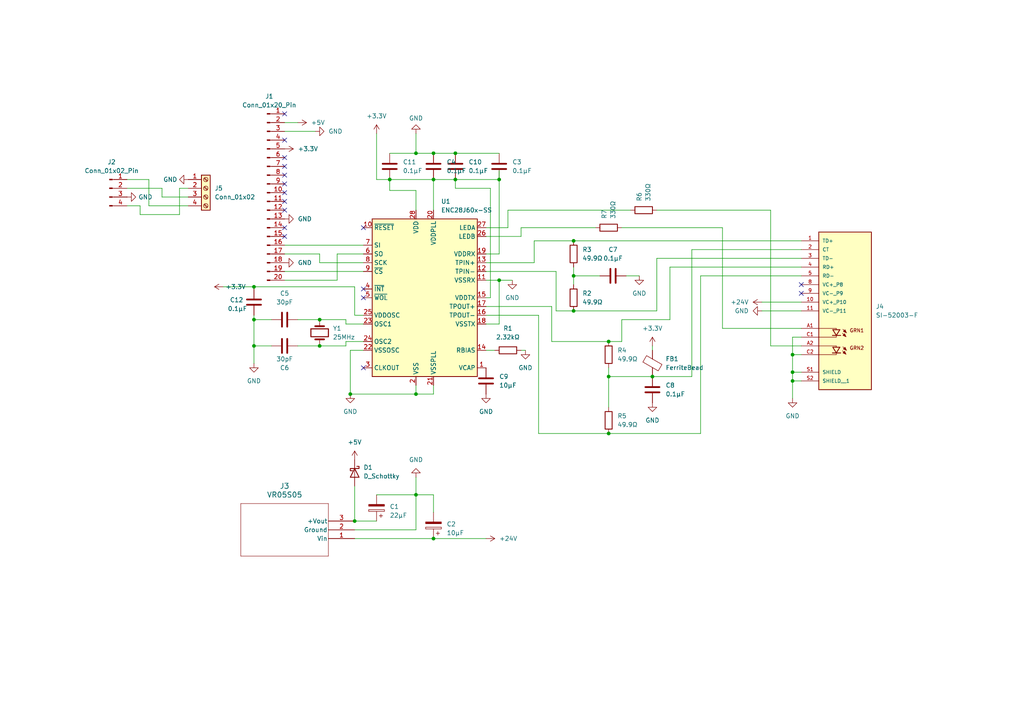
<source format=kicad_sch>
(kicad_sch (version 20231120) (generator "eeschema") (generator_version "8.0")
  (paper "A4")
  (lib_symbols
    (symbol "BEL_SI-52003-F:SI-52003-F" (pin_names (offset 1.016))
      (property "Reference" "J" (at -7.62 21.59 0))
      (property "Value" "SI-52003-F" (at -7.62 -26.67 0))
      (symbol "SI-52003-F_0_0"
        (rectangle (start -7.62 -25.4) (end 7.62 20.32) (stroke (width 0.254)) (fill (type background)))
        (polyline (pts (xy -7.62 -12.7) (xy -2.54 -12.7)) (stroke (width 0.1524)))
        (polyline (pts (xy -7.62 -7.62) (xy -2.54 -7.62)) (stroke (width 0.1524)))
        (polyline (pts (xy -3.683 -14.732) (xy -2.54 -14.732)) (stroke (width 0.254)))
        (polyline (pts (xy -3.683 -9.652) (xy -2.54 -9.652)) (stroke (width 0.254)))
        (polyline (pts (xy -3.556 -13.081) (xy -2.54 -14.732)) (stroke (width 0.254)))
        (polyline (pts (xy -3.556 -13.081) (xy -1.524 -13.081)) (stroke (width 0.254)))
        (polyline (pts (xy -3.556 -8.001) (xy -2.54 -9.652)) (stroke (width 0.254)))
        (polyline (pts (xy -3.556 -8.001) (xy -1.524 -8.001)) (stroke (width 0.254)))
        (polyline (pts (xy -2.54 -15.24) (xy -7.62 -15.24)) (stroke (width 0.1524)))
        (polyline (pts (xy -2.54 -14.859) (xy -2.54 -15.24)) (stroke (width 0.1524)))
        (polyline (pts (xy -2.54 -14.732) (xy -1.524 -13.081)) (stroke (width 0.254)))
        (polyline (pts (xy -2.54 -14.732) (xy -1.27 -14.732)) (stroke (width 0.254)))
        (polyline (pts (xy -2.54 -12.7) (xy -2.54 -12.954)) (stroke (width 0.1524)))
        (polyline (pts (xy -2.54 -10.16) (xy -7.62 -10.16)) (stroke (width 0.1524)))
        (polyline (pts (xy -2.54 -9.779) (xy -2.54 -10.16)) (stroke (width 0.1524)))
        (polyline (pts (xy -2.54 -9.652) (xy -1.524 -8.001)) (stroke (width 0.254)))
        (polyline (pts (xy -2.54 -9.652) (xy -1.27 -9.652)) (stroke (width 0.254)))
        (polyline (pts (xy -2.54 -7.62) (xy -2.54 -7.874)) (stroke (width 0.1524)))
        (polyline (pts (xy -0.762 -14.097) (xy 0.254 -15.113)) (stroke (width 0.1524)))
        (polyline (pts (xy -0.762 -9.017) (xy 0.254 -10.033)) (stroke (width 0.1524)))
        (polyline (pts (xy -0.635 -12.954) (xy 0.381 -13.97)) (stroke (width 0.1524)))
        (polyline (pts (xy -0.635 -7.874) (xy 0.381 -8.89)) (stroke (width 0.1524)))
        (polyline (pts (xy 0.254 -15.113) (xy -0.127 -14.224) (xy -0.635 -14.732) (xy 0.254 -15.113)) (stroke (width 0.1524)) (fill (type outline)))
        (polyline (pts (xy 0.254 -10.033) (xy -0.127 -9.144) (xy -0.635 -9.652) (xy 0.254 -10.033)) (stroke (width 0.1524)) (fill (type outline)))
        (polyline (pts (xy 0.381 -13.97) (xy 0 -13.081) (xy -0.508 -13.589) (xy 0.381 -13.97)) (stroke (width 0.1524)) (fill (type outline)))
        (polyline (pts (xy 0.381 -8.89) (xy 0 -8.001) (xy -0.508 -8.509) (xy 0.381 -8.89)) (stroke (width 0.1524)) (fill (type outline)))
        (text "GRN1" (at 1.27 -7.62 0) (effects (font (size 1.016 1.016)) (justify left top)))
        (text "GRN2" (at 1.27 -12.7 0) (effects (font (size 1.016 1.016)) (justify left top)))
        (pin passive line (at -12.7 17.78 0) (length 5.08) (name "TD+") (number "1"))
        (pin passive line (at -12.7 0 0) (length 5.08) (name "VC+_P10") (number "10"))
        (pin passive line (at -12.7 -2.54 0) (length 5.08) (name "VC-_P11") (number "11"))
        (pin passive line (at -12.7 15.24 0) (length 5.08) (name "CT") (number "2"))
        (pin passive line (at -12.7 12.7 0) (length 5.08) (name "TD-") (number "3"))
        (pin passive line (at -12.7 10.16 0) (length 5.08) (name "RD+") (number "4"))
        (pin passive line (at -12.7 7.62 0) (length 5.08) (name "RD-") (number "5"))
        (pin passive line (at -12.7 5.08 0) (length 5.08) (name "VC+_P8") (number "8"))
        (pin passive line (at -12.7 2.54 0) (length 5.08) (name "VC-_P9") (number "9"))
        (pin passive line (at -12.7 -7.62 0) (length 5.08) (name "~") (number "A1"))
        (pin passive line (at -12.7 -12.7 0) (length 5.08) (name "~") (number "A2"))
        (pin passive line (at -12.7 -10.16 0) (length 5.08) (name "~") (number "C1"))
        (pin passive line (at -12.7 -15.24 0) (length 5.08) (name "~") (number "C2"))
        (pin passive line (at -12.7 -20.32 0) (length 5.08) (name "SHIELD") (number "S1"))
        (pin passive line (at -12.7 -22.86 0) (length 5.08) (name "SHIELD__1") (number "S2"))
      )
    )
    (symbol "Connector:Conn_01x04_Pin" (pin_names (offset 1.016) hide)
      (property "Reference" "J" (at 0 5.08 0))
      (property "Value" "Conn_01x04_Pin" (at 0 -7.62 0))
      (symbol "Conn_01x04_Pin_1_1"
        (polyline (pts (xy 1.27 -5.08) (xy 0.8636 -5.08)) (stroke (width 0.1524)))
        (polyline (pts (xy 1.27 -2.54) (xy 0.8636 -2.54)) (stroke (width 0.1524)))
        (polyline (pts (xy 1.27 0) (xy 0.8636 0)) (stroke (width 0.1524)))
        (polyline (pts (xy 1.27 2.54) (xy 0.8636 2.54)) (stroke (width 0.1524)))
        (rectangle (start 0.8636 -4.953) (end 0 -5.207) (stroke (width 0.1524)) (fill (type outline)))
        (rectangle (start 0.8636 -2.413) (end 0 -2.667) (stroke (width 0.1524)) (fill (type outline)))
        (rectangle (start 0.8636 0.127) (end 0 -0.127) (stroke (width 0.1524)) (fill (type outline)))
        (rectangle (start 0.8636 2.667) (end 0 2.413) (stroke (width 0.1524)) (fill (type outline)))
        (pin passive line (at 5.08 2.54 180) (length 3.81) (name "Pin_1") (number "1"))
        (pin passive line (at 5.08 0 180) (length 3.81) (name "Pin_2") (number "2"))
        (pin passive line (at 5.08 -2.54 180) (length 3.81) (name "Pin_3") (number "3"))
        (pin passive line (at 5.08 -5.08 180) (length 3.81) (name "Pin_4") (number "4"))
      )
    )
    (symbol "Connector:Conn_01x20_Pin" (pin_names (offset 1.016) hide)
      (property "Reference" "J" (at 0 25.4 0))
      (property "Value" "Conn_01x20_Pin" (at 0 -27.94 0))
      (symbol "Conn_01x20_Pin_1_1"
        (polyline (pts (xy 1.27 -25.4) (xy 0.8636 -25.4)) (stroke (width 0.1524)))
        (polyline (pts (xy 1.27 -22.86) (xy 0.8636 -22.86)) (stroke (width 0.1524)))
        (polyline (pts (xy 1.27 -20.32) (xy 0.8636 -20.32)) (stroke (width 0.1524)))
        (polyline (pts (xy 1.27 -17.78) (xy 0.8636 -17.78)) (stroke (width 0.1524)))
        (polyline (pts (xy 1.27 -15.24) (xy 0.8636 -15.24)) (stroke (width 0.1524)))
        (polyline (pts (xy 1.27 -12.7) (xy 0.8636 -12.7)) (stroke (width 0.1524)))
        (polyline (pts (xy 1.27 -10.16) (xy 0.8636 -10.16)) (stroke (width 0.1524)))
        (polyline (pts (xy 1.27 -7.62) (xy 0.8636 -7.62)) (stroke (width 0.1524)))
        (polyline (pts (xy 1.27 -5.08) (xy 0.8636 -5.08)) (stroke (width 0.1524)))
        (polyline (pts (xy 1.27 -2.54) (xy 0.8636 -2.54)) (stroke (width 0.1524)))
        (polyline (pts (xy 1.27 0) (xy 0.8636 0)) (stroke (width 0.1524)))
        (polyline (pts (xy 1.27 2.54) (xy 0.8636 2.54)) (stroke (width 0.1524)))
        (polyline (pts (xy 1.27 5.08) (xy 0.8636 5.08)) (stroke (width 0.1524)))
        (polyline (pts (xy 1.27 7.62) (xy 0.8636 7.62)) (stroke (width 0.1524)))
        (polyline (pts (xy 1.27 10.16) (xy 0.8636 10.16)) (stroke (width 0.1524)))
        (polyline (pts (xy 1.27 12.7) (xy 0.8636 12.7)) (stroke (width 0.1524)))
        (polyline (pts (xy 1.27 15.24) (xy 0.8636 15.24)) (stroke (width 0.1524)))
        (polyline (pts (xy 1.27 17.78) (xy 0.8636 17.78)) (stroke (width 0.1524)))
        (polyline (pts (xy 1.27 20.32) (xy 0.8636 20.32)) (stroke (width 0.1524)))
        (polyline (pts (xy 1.27 22.86) (xy 0.8636 22.86)) (stroke (width 0.1524)))
        (rectangle (start 0.8636 -25.273) (end 0 -25.527) (stroke (width 0.1524)) (fill (type outline)))
        (rectangle (start 0.8636 -22.733) (end 0 -22.987) (stroke (width 0.1524)) (fill (type outline)))
        (rectangle (start 0.8636 -20.193) (end 0 -20.447) (stroke (width 0.1524)) (fill (type outline)))
        (rectangle (start 0.8636 -17.653) (end 0 -17.907) (stroke (width 0.1524)) (fill (type outline)))
        (rectangle (start 0.8636 -15.113) (end 0 -15.367) (stroke (width 0.1524)) (fill (type outline)))
        (rectangle (start 0.8636 -12.573) (end 0 -12.827) (stroke (width 0.1524)) (fill (type outline)))
        (rectangle (start 0.8636 -10.033) (end 0 -10.287) (stroke (width 0.1524)) (fill (type outline)))
        (rectangle (start 0.8636 -7.493) (end 0 -7.747) (stroke (width 0.1524)) (fill (type outline)))
        (rectangle (start 0.8636 -4.953) (end 0 -5.207) (stroke (width 0.1524)) (fill (type outline)))
        (rectangle (start 0.8636 -2.413) (end 0 -2.667) (stroke (width 0.1524)) (fill (type outline)))
        (rectangle (start 0.8636 0.127) (end 0 -0.127) (stroke (width 0.1524)) (fill (type outline)))
        (rectangle (start 0.8636 2.667) (end 0 2.413) (stroke (width 0.1524)) (fill (type outline)))
        (rectangle (start 0.8636 5.207) (end 0 4.953) (stroke (width 0.1524)) (fill (type outline)))
        (rectangle (start 0.8636 7.747) (end 0 7.493) (stroke (width 0.1524)) (fill (type outline)))
        (rectangle (start 0.8636 10.287) (end 0 10.033) (stroke (width 0.1524)) (fill (type outline)))
        (rectangle (start 0.8636 12.827) (end 0 12.573) (stroke (width 0.1524)) (fill (type outline)))
        (rectangle (start 0.8636 15.367) (end 0 15.113) (stroke (width 0.1524)) (fill (type outline)))
        (rectangle (start 0.8636 17.907) (end 0 17.653) (stroke (width 0.1524)) (fill (type outline)))
        (rectangle (start 0.8636 20.447) (end 0 20.193) (stroke (width 0.1524)) (fill (type outline)))
        (rectangle (start 0.8636 22.987) (end 0 22.733) (stroke (width 0.1524)) (fill (type outline)))
        (pin passive line (at 5.08 22.86 180) (length 3.81) (name "Pin_1") (number "1"))
        (pin passive line (at 5.08 0 180) (length 3.81) (name "Pin_10") (number "10"))
        (pin passive line (at 5.08 -2.54 180) (length 3.81) (name "Pin_11") (number "11"))
        (pin passive line (at 5.08 -5.08 180) (length 3.81) (name "Pin_12") (number "12"))
        (pin passive line (at 5.08 -7.62 180) (length 3.81) (name "Pin_13") (number "13"))
        (pin passive line (at 5.08 -10.16 180) (length 3.81) (name "Pin_14") (number "14"))
        (pin passive line (at 5.08 -12.7 180) (length 3.81) (name "Pin_15") (number "15"))
        (pin passive line (at 5.08 -15.24 180) (length 3.81) (name "Pin_16") (number "16"))
        (pin passive line (at 5.08 -17.78 180) (length 3.81) (name "Pin_17") (number "17"))
        (pin passive line (at 5.08 -20.32 180) (length 3.81) (name "Pin_18") (number "18"))
        (pin passive line (at 5.08 -22.86 180) (length 3.81) (name "Pin_19") (number "19"))
        (pin passive line (at 5.08 20.32 180) (length 3.81) (name "Pin_2") (number "2"))
        (pin passive line (at 5.08 -25.4 180) (length 3.81) (name "Pin_20") (number "20"))
        (pin passive line (at 5.08 17.78 180) (length 3.81) (name "Pin_3") (number "3"))
        (pin passive line (at 5.08 15.24 180) (length 3.81) (name "Pin_4") (number "4"))
        (pin passive line (at 5.08 12.7 180) (length 3.81) (name "Pin_5") (number "5"))
        (pin passive line (at 5.08 10.16 180) (length 3.81) (name "Pin_6") (number "6"))
        (pin passive line (at 5.08 7.62 180) (length 3.81) (name "Pin_7") (number "7"))
        (pin passive line (at 5.08 5.08 180) (length 3.81) (name "Pin_8") (number "8"))
        (pin passive line (at 5.08 2.54 180) (length 3.81) (name "Pin_9") (number "9"))
      )
    )
    (symbol "Connector:Screw_Terminal_01x04" (pin_names (offset 1.016) hide)
      (property "Reference" "J" (at 0 5.08 0))
      (property "Value" "Screw_Terminal_01x04" (at 0 -7.62 0))
      (symbol "Screw_Terminal_01x04_1_1"
        (rectangle (start -1.27 3.81) (end 1.27 -6.35) (stroke (width 0.254)) (fill (type background)))
        (circle (center 0 -5.08) (radius 0.635) (stroke (width 0.1524)))
        (circle (center 0 -2.54) (radius 0.635) (stroke (width 0.1524)))
        (polyline (pts (xy -0.5334 -4.7498) (xy 0.3302 -5.588)) (stroke (width 0.1524)))
        (polyline (pts (xy -0.5334 -2.2098) (xy 0.3302 -3.048)) (stroke (width 0.1524)))
        (polyline (pts (xy -0.5334 0.3302) (xy 0.3302 -0.508)) (stroke (width 0.1524)))
        (polyline (pts (xy -0.5334 2.8702) (xy 0.3302 2.032)) (stroke (width 0.1524)))
        (polyline (pts (xy -0.3556 -4.572) (xy 0.508 -5.4102)) (stroke (width 0.1524)))
        (polyline (pts (xy -0.3556 -2.032) (xy 0.508 -2.8702)) (stroke (width 0.1524)))
        (polyline (pts (xy -0.3556 0.508) (xy 0.508 -0.3302)) (stroke (width 0.1524)))
        (polyline (pts (xy -0.3556 3.048) (xy 0.508 2.2098)) (stroke (width 0.1524)))
        (circle (center 0 0) (radius 0.635) (stroke (width 0.1524)))
        (circle (center 0 2.54) (radius 0.635) (stroke (width 0.1524)))
        (pin passive line (at -5.08 2.54 0) (length 3.81) (name "Pin_1") (number "1"))
        (pin passive line (at -5.08 0 0) (length 3.81) (name "Pin_2") (number "2"))
        (pin passive line (at -5.08 -2.54 0) (length 3.81) (name "Pin_3") (number "3"))
        (pin passive line (at -5.08 -5.08 0) (length 3.81) (name "Pin_4") (number "4"))
      )
    )
    (symbol "Device:C" (pin_numbers hide) (pin_names (offset 0.254))
      (property "Reference" "C" (at 0.635 2.54 0))
      (property "Value" "C" (at 0.635 -2.54 0))
      (symbol "C_0_1"
        (polyline (pts (xy -2.032 -0.762) (xy 2.032 -0.762)) (stroke (width 0.508)))
        (polyline (pts (xy -2.032 0.762) (xy 2.032 0.762)) (stroke (width 0.508)))
      )
      (symbol "C_1_1"
        (pin passive line (at 0 3.81 270) (length 2.794) (name "~") (number "1"))
        (pin passive line (at 0 -3.81 90) (length 2.794) (name "~") (number "2"))
      )
    )
    (symbol "Device:C_Polarized" (pin_numbers hide) (pin_names (offset 0.254))
      (property "Reference" "C" (at 0.635 2.54 0))
      (property "Value" "C_Polarized" (at 0.635 -2.54 0))
      (symbol "C_Polarized_0_1"
        (rectangle (start -2.286 0.508) (end 2.286 1.016))
        (polyline (pts (xy -1.778 2.286) (xy -0.762 2.286)))
        (polyline (pts (xy -1.27 2.794) (xy -1.27 1.778)))
        (rectangle (start 2.286 -0.508) (end -2.286 -1.016) (fill (type outline)))
      )
      (symbol "C_Polarized_1_1"
        (pin passive line (at 0 3.81 270) (length 2.794) (name "~") (number "1"))
        (pin passive line (at 0 -3.81 90) (length 2.794) (name "~") (number "2"))
      )
    )
    (symbol "Device:Crystal" (pin_numbers hide) (pin_names (offset 1.016) hide)
      (property "Reference" "Y" (at 0 3.81 0))
      (property "Value" "Crystal" (at 0 -3.81 0))
      (symbol "Crystal_0_1"
        (rectangle (start -1.143 2.54) (end 1.143 -2.54) (stroke (width 0.3048)))
        (polyline (pts (xy -2.54 0) (xy -1.905 0)))
        (polyline (pts (xy -1.905 -1.27) (xy -1.905 1.27)) (stroke (width 0.508)))
        (polyline (pts (xy 1.905 -1.27) (xy 1.905 1.27)) (stroke (width 0.508)))
        (polyline (pts (xy 2.54 0) (xy 1.905 0)))
      )
      (symbol "Crystal_1_1"
        (pin passive line (at -3.81 0 0) (length 1.27) (name "1") (number "1"))
        (pin passive line (at 3.81 0 180) (length 1.27) (name "2") (number "2"))
      )
    )
    (symbol "Device:D_Schottky" (pin_numbers hide) (pin_names (offset 1.016) hide)
      (property "Reference" "D" (at 0 2.54 0))
      (property "Value" "D_Schottky" (at 0 -2.54 0))
      (symbol "D_Schottky_0_1"
        (polyline (pts (xy 1.27 0) (xy -1.27 0)))
        (polyline (pts (xy 1.27 1.27) (xy 1.27 -1.27) (xy -1.27 0) (xy 1.27 1.27)) (stroke (width 0.254)))
        (polyline (pts (xy -1.905 0.635) (xy -1.905 1.27) (xy -1.27 1.27) (xy -1.27 -1.27) (xy -0.635 -1.27) (xy -0.635 -0.635)) (stroke (width 0.254)))
      )
      (symbol "D_Schottky_1_1"
        (pin passive line (at -3.81 0 0) (length 2.54) (name "K") (number "1"))
        (pin passive line (at 3.81 0 180) (length 2.54) (name "A") (number "2"))
      )
    )
    (symbol "Device:FerriteBead" (pin_numbers hide) (pin_names (offset 0))
      (property "Reference" "FB" (at -3.81 0.635 90))
      (property "Value" "FerriteBead" (at 3.81 0 90))
      (symbol "FerriteBead_0_1"
        (polyline (pts (xy 0 -1.27) (xy 0 -1.2192)))
        (polyline (pts (xy 0 1.27) (xy 0 1.2954)))
        (polyline (pts (xy -2.7686 0.4064) (xy -1.7018 2.2606) (xy 2.7686 -0.3048) (xy 1.6764 -2.159) (xy -2.7686 0.4064)))
      )
      (symbol "FerriteBead_1_1"
        (pin passive line (at 0 3.81 270) (length 2.54) (name "~") (number "1"))
        (pin passive line (at 0 -3.81 90) (length 2.54) (name "~") (number "2"))
      )
    )
    (symbol "Device:R" (pin_numbers hide) (pin_names (offset 0))
      (property "Reference" "R" (at 2.032 0 90))
      (property "Value" "R" (at 0 0 90))
      (symbol "R_0_1"
        (rectangle (start -1.016 -2.54) (end 1.016 2.54) (stroke (width 0.254)))
      )
      (symbol "R_1_1"
        (pin passive line (at 0 3.81 270) (length 1.27) (name "~") (number "1"))
        (pin passive line (at 0 -3.81 90) (length 1.27) (name "~") (number "2"))
      )
    )
    (symbol "GND_1" (power) (pin_numbers hide) (pin_names (offset 0) hide)
      (property "Value" "GND" (at 0 -3.81 0))
      (symbol "GND_1_0_1"
        (polyline (pts (xy 0 0) (xy 0 -1.27) (xy 1.27 -1.27) (xy 0 -2.54) (xy -1.27 -1.27) (xy 0 -1.27)))
      )
      (symbol "GND_1_1_1"
        (pin power_in line (at 0 0 270) (length 0) (name "~") (number "1"))
      )
    )
    (symbol "Interface_Ethernet:ENC28J60x-SS"
      (property "Reference" "U" (at -13.97 24.13 0))
      (property "Value" "ENC28J60x-SS" (at 5.08 24.13 0))
      (symbol "ENC28J60x-SS_0_1"
        (rectangle (start -15.24 22.86) (end 15.24 -22.86) (stroke (width 0.254)) (fill (type background)))
      )
      (symbol "ENC28J60x-SS_1_1"
        (pin input line (at 17.78 -20.32 180) (length 2.54) (name "VCAP") (number "1"))
        (pin input line (at -17.78 20.32 0) (length 2.54) (name "~{RESET}") (number "10"))
        (pin power_in line (at 17.78 5.08 180) (length 2.54) (name "VSSRX") (number "11"))
        (pin input line (at 17.78 7.62 180) (length 2.54) (name "TPIN-") (number "12"))
        (pin input line (at 17.78 10.16 180) (length 2.54) (name "TPIN+") (number "13"))
        (pin input line (at 17.78 -15.24 180) (length 2.54) (name "RBIAS") (number "14"))
        (pin power_in line (at 17.78 0 180) (length 2.54) (name "VDDTX") (number "15"))
        (pin output line (at 17.78 -5.08 180) (length 2.54) (name "TPOUT-") (number "16"))
        (pin output line (at 17.78 -2.54 180) (length 2.54) (name "TPOUT+") (number "17"))
        (pin power_in line (at 17.78 -7.62 180) (length 2.54) (name "VSSTX") (number "18"))
        (pin power_in line (at 17.78 12.7 180) (length 2.54) (name "VDDRX") (number "19"))
        (pin power_in line (at -2.54 -25.4 90) (length 2.54) (name "VSS") (number "2"))
        (pin power_in line (at 2.54 25.4 270) (length 2.54) (name "VDDPLL") (number "20"))
        (pin power_in line (at 2.54 -25.4 90) (length 2.54) (name "VSSPLL") (number "21"))
        (pin power_in line (at -17.78 -15.24 0) (length 2.54) (name "VSSOSC") (number "22"))
        (pin input line (at -17.78 -7.62 0) (length 2.54) (name "OSC1") (number "23"))
        (pin input line (at -17.78 -12.7 0) (length 2.54) (name "OSC2") (number "24"))
        (pin power_in line (at -17.78 -5.08 0) (length 2.54) (name "VDDOSC") (number "25"))
        (pin output line (at 17.78 17.78 180) (length 2.54) (name "LEDB") (number "26"))
        (pin output line (at 17.78 20.32 180) (length 2.54) (name "LEDA") (number "27"))
        (pin power_in line (at -2.54 25.4 270) (length 2.54) (name "VDD") (number "28"))
        (pin output line (at -17.78 -20.32 0) (length 2.54) (name "CLKOUT") (number "3"))
        (pin output line (at -17.78 2.54 0) (length 2.54) (name "~{INT}") (number "4"))
        (pin output line (at -17.78 0 0) (length 2.54) (name "~{WOL}") (number "5"))
        (pin output line (at -17.78 12.7 0) (length 2.54) (name "SO") (number "6"))
        (pin input line (at -17.78 15.24 0) (length 2.54) (name "SI") (number "7"))
        (pin input line (at -17.78 10.16 0) (length 2.54) (name "SCK") (number "8"))
        (pin input line (at -17.78 7.62 0) (length 2.54) (name "~{CS}") (number "9"))
      )
    )
    (symbol "VR05S05X:VR05S05" (pin_names (offset 0.254))
      (property "Reference" "J" (at 20.32 10.16 0))
      (property "Value" "VR05S05" (at 20.32 7.62 0))
      (symbol "VR05S05_1_1"
        (polyline (pts (xy 7.62 -10.16) (xy 33.02 -10.16)) (stroke (width 0.127)))
        (polyline (pts (xy 7.62 5.08) (xy 7.62 -10.16)) (stroke (width 0.127)))
        (polyline (pts (xy 33.02 -10.16) (xy 33.02 5.08)) (stroke (width 0.127)))
        (polyline (pts (xy 33.02 5.08) (xy 7.62 5.08)) (stroke (width 0.127)))
        (pin unspecified line (at 0 0 0) (length 7.62) (name "Vin") (number "1"))
        (pin power_out line (at 0 -2.54 0) (length 7.62) (name "Ground") (number "2"))
        (pin power_in line (at 0 -5.08 0) (length 7.62) (name "+Vout") (number "3"))
      )
      (symbol "VR05S05_1_2"
        (polyline (pts (xy 5.08 -7.62) (xy 12.7 -7.62)) (stroke (width 0.127)))
        (polyline (pts (xy 5.08 2.54) (xy 5.08 -7.62)) (stroke (width 0.127)))
        (polyline (pts (xy 7.62 -5.08) (xy 5.08 -5.08)) (stroke (width 0.127)))
        (polyline (pts (xy 7.62 -5.08) (xy 8.89 -5.9267)) (stroke (width 0.127)))
        (polyline (pts (xy 7.62 -5.08) (xy 8.89 -4.2333)) (stroke (width 0.127)))
        (polyline (pts (xy 7.62 -2.54) (xy 5.08 -2.54)) (stroke (width 0.127)))
        (polyline (pts (xy 7.62 -2.54) (xy 8.89 -3.3867)) (stroke (width 0.127)))
        (polyline (pts (xy 7.62 -2.54) (xy 8.89 -1.6933)) (stroke (width 0.127)))
        (polyline (pts (xy 7.62 0) (xy 5.08 0)) (stroke (width 0.127)))
        (polyline (pts (xy 7.62 0) (xy 8.89 -0.8467)) (stroke (width 0.127)))
        (polyline (pts (xy 7.62 0) (xy 8.89 0.8467)) (stroke (width 0.127)))
        (polyline (pts (xy 12.7 -7.62) (xy 12.7 2.54)) (stroke (width 0.127)))
        (polyline (pts (xy 12.7 2.54) (xy 5.08 2.54)) (stroke (width 0.127)))
        (pin unspecified line (at 0 0 0) (length 5.08) (name "1") (number "1"))
        (pin power_out line (at 0 -2.54 0) (length 5.08) (name "2") (number "2"))
        (pin power_in line (at 0 -5.08 0) (length 5.08) (name "3") (number "3"))
      )
    )
    (symbol "power:+24V" (power) (pin_names (offset 0))
      (property "Value" "+24V" (at 0 3.556 0))
      (symbol "+24V_0_1"
        (polyline (pts (xy -0.762 1.27) (xy 0 2.54)))
        (polyline (pts (xy 0 0) (xy 0 2.54)))
        (polyline (pts (xy 0 2.54) (xy 0.762 1.27)))
      )
      (symbol "+24V_1_1"
        (pin power_in line (at 0 0 90) (length 0) hide (name "+24V") (number "1"))
      )
    )
    (symbol "power:+3.3V" (power) (pin_names (offset 0))
      (property "Value" "+3.3V" (at 0 3.556 0))
      (symbol "+3.3V_0_1"
        (polyline (pts (xy -0.762 1.27) (xy 0 2.54)))
        (polyline (pts (xy 0 0) (xy 0 2.54)))
        (polyline (pts (xy 0 2.54) (xy 0.762 1.27)))
      )
      (symbol "+3.3V_1_1"
        (pin power_in line (at 0 0 90) (length 0) hide (name "+3.3V") (number "1"))
      )
    )
    (symbol "power:+5V" (power) (pin_names (offset 0))
      (property "Value" "+5V" (at 0 3.556 0))
      (symbol "+5V_0_1"
        (polyline (pts (xy -0.762 1.27) (xy 0 2.54)))
        (polyline (pts (xy 0 0) (xy 0 2.54)))
        (polyline (pts (xy 0 2.54) (xy 0.762 1.27)))
      )
      (symbol "+5V_1_1"
        (pin power_in line (at 0 0 90) (length 0) hide (name "+5V") (number "1"))
      )
    )
    (symbol "power:GND" (power) (pin_names (offset 0))
      (property "Value" "GND" (at 0 -3.81 0))
      (symbol "GND_0_1"
        (polyline (pts (xy 0 0) (xy 0 -1.27) (xy 1.27 -1.27) (xy 0 -2.54) (xy -1.27 -1.27) (xy 0 -1.27)))
      )
      (symbol "GND_1_1"
        (pin power_in line (at 0 0 270) (length 0) hide (name "GND") (number "1"))
      )
    )
  )
  (junction (at 92.71 92.71))
  (junction (at 120.65 44.45))
  (junction (at 92.71 100.33))
  (junction (at 144.78 81.28))
  (junction (at 113.03 52.07))
  (junction (at 73.66 100.33))
  (junction (at 166.37 69.85))
  (junction (at 229.87 102.87))
  (junction (at 125.73 52.07))
  (junction (at 144.78 52.07))
  (junction (at 176.53 125.73))
  (junction (at 176.53 109.22))
  (junction (at 176.53 99.06))
  (junction (at 166.37 80.01))
  (junction (at 125.73 44.45))
  (junction (at 101.6 114.3))
  (junction (at 73.66 92.71))
  (junction (at 132.08 52.07))
  (junction (at 229.87 110.49))
  (junction (at 189.23 109.22))
  (junction (at 120.65 114.3))
  (junction (at 102.87 151.13))
  (junction (at 125.73 156.21))
  (junction (at 132.08 44.45))
  (junction (at 166.37 90.17))
  (junction (at 73.66 83.185))
  (junction (at 229.87 107.95))
  (junction (at 120.65 143.51))
  (no_connect (at 82.55 40.64))
  (no_connect (at 82.55 66.04))
  (no_connect (at 105.41 86.36))
  (no_connect (at 232.41 82.55))
  (no_connect (at 82.55 60.96))
  (no_connect (at 82.55 50.8))
  (no_connect (at 82.55 58.42))
  (no_connect (at 82.55 33.02))
  (no_connect (at 105.41 106.68))
  (no_connect (at 82.55 45.72))
  (no_connect (at 82.55 53.34))
  (no_connect (at 232.41 85.09))
  (no_connect (at 105.41 83.82))
  (no_connect (at 82.55 48.26))
  (no_connect (at 105.41 66.04))
  (no_connect (at 82.55 68.58))
  (no_connect (at 82.55 55.88))
  (wire (pts (xy 82.55 38.1) (xy 91.44 38.1)))
  (wire (pts (xy 140.97 101.6) (xy 143.51 101.6)))
  (wire (pts (xy 46.99 57.15) (xy 46.99 54.61)))
  (wire (pts (xy 100.33 93.98) (xy 100.33 92.71)))
  (wire (pts (xy 154.94 69.85) (xy 154.94 76.2)))
  (wire (pts (xy 156.21 125.73) (xy 156.21 91.44)))
  (wire (pts (xy 82.55 73.66) (xy 92.71 73.66)))
  (wire (pts (xy 105.41 93.98) (xy 100.33 93.98)))
  (wire (pts (xy 120.65 143.51) (xy 125.73 143.51)))
  (wire (pts (xy 132.08 52.07) (xy 125.73 52.07)))
  (wire (pts (xy 140.97 93.98) (xy 144.78 93.98)))
  (wire (pts (xy 154.94 76.2) (xy 140.97 76.2)))
  (wire (pts (xy 229.87 102.87) (xy 232.41 102.87)))
  (wire (pts (xy 151.13 68.58) (xy 140.97 68.58)))
  (wire (pts (xy 220.98 90.17) (xy 232.41 90.17)))
  (wire (pts (xy 105.41 99.06) (xy 100.33 99.06)))
  (wire (pts (xy 113.03 52.07) (xy 109.22 52.07)))
  (wire (pts (xy 140.97 66.04) (xy 147.32 66.04)))
  (wire (pts (xy 132.08 44.45) (xy 144.78 44.45)))
  (wire (pts (xy 105.41 101.6) (xy 101.6 101.6)))
  (wire (pts (xy 223.52 60.96) (xy 190.5 60.96)))
  (wire (pts (xy 181.61 80.01) (xy 185.42 80.01)))
  (wire (pts (xy 203.2 80.01) (xy 203.2 125.73)))
  (wire (pts (xy 36.83 59.69) (xy 40.64 59.69)))
  (wire (pts (xy 52.07 54.61) (xy 52.07 62.23)))
  (wire (pts (xy 166.37 77.47) (xy 166.37 80.01)))
  (wire (pts (xy 151.13 101.6) (xy 152.4 101.6)))
  (wire (pts (xy 82.55 81.28) (xy 97.79 81.28)))
  (wire (pts (xy 86.36 100.33) (xy 92.71 100.33)))
  (wire (pts (xy 125.73 52.07) (xy 113.03 52.07)))
  (wire (pts (xy 176.53 99.06) (xy 160.02 99.06)))
  (wire (pts (xy 100.33 99.06) (xy 100.33 100.33)))
  (wire (pts (xy 166.37 80.01) (xy 166.37 82.55)))
  (wire (pts (xy 229.87 97.79) (xy 229.87 102.87)))
  (wire (pts (xy 36.83 54.61) (xy 46.99 54.61)))
  (wire (pts (xy 142.24 54.61) (xy 142.24 86.36)))
  (wire (pts (xy 113.03 51.435) (xy 113.03 52.07)))
  (wire (pts (xy 209.55 66.04) (xy 209.55 95.25)))
  (wire (pts (xy 100.33 92.71) (xy 92.71 92.71)))
  (wire (pts (xy 172.72 66.04) (xy 151.13 66.04)))
  (wire (pts (xy 120.65 60.96) (xy 120.65 55.245)))
  (wire (pts (xy 229.87 110.49) (xy 229.87 115.57)))
  (wire (pts (xy 229.87 107.95) (xy 229.87 110.49)))
  (wire (pts (xy 194.31 92.71) (xy 180.34 92.71)))
  (wire (pts (xy 229.87 110.49) (xy 232.41 110.49)))
  (wire (pts (xy 120.65 55.245) (xy 113.03 55.245)))
  (wire (pts (xy 73.66 83.185) (xy 73.66 83.82)))
  (wire (pts (xy 52.07 62.23) (xy 40.64 62.23)))
  (wire (pts (xy 86.36 92.71) (xy 92.71 92.71)))
  (wire (pts (xy 144.78 81.28) (xy 144.78 93.98)))
  (wire (pts (xy 125.73 111.76) (xy 125.73 114.3)))
  (wire (pts (xy 102.87 151.13) (xy 109.22 151.13)))
  (wire (pts (xy 105.41 73.66) (xy 97.79 73.66)))
  (wire (pts (xy 156.21 125.73) (xy 176.53 125.73)))
  (wire (pts (xy 194.31 77.47) (xy 194.31 92.71)))
  (wire (pts (xy 125.73 114.3) (xy 120.65 114.3)))
  (wire (pts (xy 232.41 74.93) (xy 190.5 74.93)))
  (wire (pts (xy 166.37 80.01) (xy 173.99 80.01)))
  (wire (pts (xy 109.22 38.735) (xy 109.22 52.07)))
  (wire (pts (xy 125.73 44.45) (xy 132.08 44.45)))
  (wire (pts (xy 102.87 140.97) (xy 102.87 151.13)))
  (wire (pts (xy 140.97 86.36) (xy 142.24 86.36)))
  (wire (pts (xy 36.83 52.07) (xy 43.18 52.07)))
  (wire (pts (xy 132.08 54.61) (xy 142.24 54.61)))
  (wire (pts (xy 101.6 114.3) (xy 120.65 114.3)))
  (wire (pts (xy 40.64 62.23) (xy 40.64 59.69)))
  (wire (pts (xy 43.18 52.07) (xy 43.18 59.69)))
  (wire (pts (xy 200.66 109.22) (xy 200.66 72.39)))
  (wire (pts (xy 147.32 60.96) (xy 147.32 66.04)))
  (wire (pts (xy 176.53 125.73) (xy 203.2 125.73)))
  (wire (pts (xy 229.87 102.87) (xy 229.87 107.95)))
  (wire (pts (xy 100.33 100.33) (xy 92.71 100.33)))
  (wire (pts (xy 232.41 80.01) (xy 203.2 80.01)))
  (wire (pts (xy 132.08 52.07) (xy 144.78 52.07)))
  (wire (pts (xy 97.79 73.66) (xy 97.79 81.28)))
  (wire (pts (xy 232.41 97.79) (xy 229.87 97.79)))
  (wire (pts (xy 125.73 52.07) (xy 125.73 60.96)))
  (wire (pts (xy 180.34 66.04) (xy 209.55 66.04)))
  (wire (pts (xy 92.71 76.2) (xy 92.71 73.66)))
  (wire (pts (xy 180.34 92.71) (xy 180.34 99.06)))
  (wire (pts (xy 113.03 44.45) (xy 120.65 44.45)))
  (wire (pts (xy 176.53 106.68) (xy 176.53 109.22)))
  (wire (pts (xy 176.53 109.22) (xy 176.53 118.11)))
  (wire (pts (xy 120.65 143.51) (xy 120.65 138.43)))
  (wire (pts (xy 232.41 107.95) (xy 229.87 107.95)))
  (wire (pts (xy 166.37 69.85) (xy 232.41 69.85)))
  (wire (pts (xy 120.65 153.67) (xy 120.65 143.51)))
  (wire (pts (xy 102.87 91.44) (xy 105.41 91.44)))
  (wire (pts (xy 73.66 92.71) (xy 73.66 100.33)))
  (wire (pts (xy 144.78 49.53) (xy 144.78 52.07)))
  (wire (pts (xy 54.61 57.15) (xy 46.99 57.15)))
  (wire (pts (xy 102.87 156.21) (xy 125.73 156.21)))
  (wire (pts (xy 220.98 87.63) (xy 232.41 87.63)))
  (wire (pts (xy 140.97 88.9) (xy 160.02 88.9)))
  (wire (pts (xy 151.13 66.04) (xy 151.13 68.58)))
  (wire (pts (xy 144.78 81.28) (xy 148.59 81.28)))
  (wire (pts (xy 189.23 101.6) (xy 189.23 100.33)))
  (wire (pts (xy 140.97 81.28) (xy 144.78 81.28)))
  (wire (pts (xy 232.41 77.47) (xy 194.31 77.47)))
  (wire (pts (xy 86.36 35.56) (xy 82.55 35.56)))
  (wire (pts (xy 161.29 90.17) (xy 161.29 78.74)))
  (wire (pts (xy 125.73 143.51) (xy 125.73 148.59)))
  (wire (pts (xy 160.02 99.06) (xy 160.02 88.9)))
  (wire (pts (xy 43.18 59.69) (xy 54.61 59.69)))
  (wire (pts (xy 209.55 95.25) (xy 232.41 95.25)))
  (wire (pts (xy 190.5 74.93) (xy 190.5 90.17)))
  (wire (pts (xy 189.23 109.22) (xy 200.66 109.22)))
  (wire (pts (xy 140.97 73.66) (xy 144.78 73.66)))
  (wire (pts (xy 154.94 69.85) (xy 166.37 69.85)))
  (wire (pts (xy 125.73 156.21) (xy 140.97 156.21)))
  (wire (pts (xy 120.65 38.735) (xy 120.65 44.45)))
  (wire (pts (xy 54.61 54.61) (xy 52.07 54.61)))
  (wire (pts (xy 182.88 60.96) (xy 147.32 60.96)))
  (wire (pts (xy 176.53 109.22) (xy 189.23 109.22)))
  (wire (pts (xy 82.55 78.74) (xy 105.41 78.74)))
  (wire (pts (xy 73.66 91.44) (xy 73.66 92.71)))
  (wire (pts (xy 176.53 99.06) (xy 180.34 99.06)))
  (wire (pts (xy 105.41 76.2) (xy 92.71 76.2)))
  (wire (pts (xy 102.87 83.185) (xy 73.66 83.185)))
  (wire (pts (xy 223.52 100.33) (xy 232.41 100.33)))
  (wire (pts (xy 120.65 111.76) (xy 120.65 114.3)))
  (wire (pts (xy 223.52 100.33) (xy 223.52 60.96)))
  (wire (pts (xy 144.78 52.07) (xy 144.78 73.66)))
  (wire (pts (xy 200.66 72.39) (xy 232.41 72.39)))
  (wire (pts (xy 82.55 71.12) (xy 105.41 71.12)))
  (wire (pts (xy 73.66 100.33) (xy 78.74 100.33)))
  (wire (pts (xy 156.21 91.44) (xy 140.97 91.44)))
  (wire (pts (xy 113.03 52.07) (xy 113.03 55.245)))
  (wire (pts (xy 161.29 78.74) (xy 140.97 78.74)))
  (wire (pts (xy 73.66 83.185) (xy 64.77 83.185)))
  (wire (pts (xy 120.65 44.45) (xy 125.73 44.45)))
  (wire (pts (xy 78.74 92.71) (xy 73.66 92.71)))
  (wire (pts (xy 161.29 90.17) (xy 166.37 90.17)))
  (wire (pts (xy 101.6 101.6) (xy 101.6 114.3)))
  (wire (pts (xy 102.87 91.44) (xy 102.87 83.185)))
  (wire (pts (xy 102.87 153.67) (xy 120.65 153.67)))
  (wire (pts (xy 166.37 90.17) (xy 190.5 90.17)))
  (wire (pts (xy 132.08 52.07) (xy 132.08 54.61)))
  (wire (pts (xy 109.22 143.51) (xy 120.65 143.51)))
  (wire (pts (xy 73.66 100.33) (xy 73.66 105.41)))
  (symbol (lib_id "Device:C") (at 113.03 48.26 180) (unit 1)
    (property "Reference" "C11" (at 116.84 46.99 0) (effects (justify right)))
    (property "Value" "0.1µF" (at 116.84 49.53 0) (effects (justify right)))
    (property "Footprint" "Capacitor_SMD:C_0603_1608Metric" (effects (hide yes)))
  )
  (symbol (lib_id "power:GND") (at 229.87 115.57 0) (unit 1)
    (property "Reference" "#PWR06" (effects (hide yes)))
    (property "Value" "GND" (at 229.87 120.65 0))
  )
  (symbol (lib_id "Device:C") (at 82.55 92.71 90) (unit 1)
    (property "Reference" "C5" (at 82.55 85.09 90))
    (property "Value" "30pF" (at 82.55 87.63 90))
    (property "Footprint" "Capacitor_SMD:C_0603_1608Metric" (effects (hide yes)))
  )
  (symbol (lib_id "power:+24V") (at 140.97 156.21 270) (unit 1)
    (property "Reference" "#PWR017" (effects (hide yes)))
    (property "Value" "+24V" (at 144.78 156.21 90) (effects (justify left)))
  )
  (symbol (lib_id "Device:FerriteBead") (at 189.23 105.41 0) (unit 1)
    (property "Reference" "FB1" (at 193.04 104.0892 0) (effects (justify left)))
    (property "Value" "FerriteBead" (at 193.04 106.6292 0) (effects (justify left)))
    (property "Footprint" "Capacitor_SMD:C_0603_1608Metric" (effects (hide yes)))
  )
  (symbol (lib_id "power:GND") (at 152.4 101.6 0) (unit 1)
    (property "Reference" "#PWR04" (effects (hide yes)))
    (property "Value" "GND" (at 152.4 106.68 0))
  )
  (symbol (lib_id "power:GND") (at 120.65 138.43 180) (unit 1)
    (property "Reference" "#PWR01" (effects (hide yes)))
    (property "Value" "GND" (at 120.65 133.35 0))
  )
  (symbol (lib_id "power:GND") (at 82.55 76.2 90) (unit 1)
    (property "Reference" "#PWR020" (effects (hide yes)))
    (property "Value" "GND" (at 86.36 76.2 90) (effects (justify right)))
  )
  (symbol (lib_id "BEL_SI-52003-F:SI-52003-F") (at 245.11 87.63 0) (unit 1)
    (property "Reference" "J4" (at 254 88.9 0) (effects (justify left)))
    (property "Value" "SI-52003-F" (at 254 91.44 0) (effects (justify left)))
    (property "Footprint" "pico:BEL_SI-52003-F" (effects (hide yes)))
    (property "Description" "1 Port RJ45 Magjack Connector Through Hole 10/100 Base-T, AutoMDIX, Power over Ethernet _PoE_" (effects (hide yes)))
    (property "MF" "Stewart Connector" (effects (hide yes)))
    (property "Package" "None" (effects (hide yes)))
    (property "Price" "None" (effects (hide yes)))
    (property "MP" "SI-52003-F" (effects (hide yes)))
    (property "Availability" "Unavailable" (effects (hide yes)))
  )
  (symbol (lib_id "Device:C") (at 73.66 87.63 180) (unit 1)
    (property "Reference" "C12" (at 66.675 86.995 0) (effects (justify right)))
    (property "Value" "0.1µF" (at 66.04 89.535 0) (effects (justify right)))
    (property "Footprint" "Capacitor_SMD:C_0603_1608Metric" (effects (hide yes)))
  )
  (symbol (lib_id "Device:D_Schottky") (at 102.87 137.16 270) (unit 1)
    (property "Reference" "D1" (at 105.41 135.5725 90) (effects (justify left)))
    (property "Value" "D_Schottky" (at 105.41 138.1125 90) (effects (justify left)))
    (property "Footprint" "Diode_SMD:D_SOD-123" (effects (hide yes)))
  )
  (symbol (lib_id "power:GND") (at 120.65 38.735 180) (unit 1)
    (property "Reference" "#PWR023" (effects (hide yes)))
    (property "Value" "GND" (at 120.65 34.29 0))
  )
  (symbol (lib_name "GND_1") (lib_id "power:GND") (at 36.83 57.15 90) (unit 1)
    (property "Reference" "#PWR021" (effects (hide yes)))
    (property "Value" "GND" (at 40.132 57.15 90) (effects (justify right)))
    (property "Description" "Power symbol creates a global label with name \"GND\" , ground" (effects (hide yes)))
  )
  (symbol (lib_id "Device:R") (at 166.37 86.36 180) (unit 1)
    (property "Reference" "R2" (at 168.91 85.09 0) (effects (justify right)))
    (property "Value" "49.9Ω" (at 168.91 87.63 0) (effects (justify right)))
    (property "Footprint" "Resistor_SMD:R_0603_1608Metric" (effects (hide yes)))
  )
  (symbol (lib_id "power:+3.3V") (at 82.55 43.18 270) (unit 1)
    (property "Reference" "#PWR022" (effects (hide yes)))
    (property "Value" "+3.3V" (at 86.36 43.18 90) (effects (justify left)))
  )
  (symbol (lib_id "power:GND") (at 101.6 114.3 0) (unit 1)
    (property "Reference" "#PWR012" (effects (hide yes)))
    (property "Value" "GND" (at 101.6 119.38 0))
  )
  (symbol (lib_id "Device:C") (at 125.73 48.26 180) (unit 1)
    (property "Reference" "C4" (at 129.54 46.99 0) (effects (justify right)))
    (property "Value" "0.1µF" (at 129.54 49.53 0) (effects (justify right)))
    (property "Footprint" "Capacitor_SMD:C_0603_1608Metric" (effects (hide yes)))
  )
  (symbol (lib_id "power:GND") (at 185.42 80.01 0) (unit 1)
    (property "Reference" "#PWR07" (effects (hide yes)))
    (property "Value" "GND" (at 185.42 85.09 0))
  )
  (symbol (lib_id "power:GND") (at 73.66 105.41 0) (unit 1)
    (property "Reference" "#PWR05" (effects (hide yes)))
    (property "Value" "GND" (at 73.66 110.49 0))
  )
  (symbol (lib_id "power:+24V") (at 220.98 87.63 90) (unit 1)
    (property "Reference" "#PWR016" (effects (hide yes)))
    (property "Value" "+24V" (at 217.17 87.63 90) (effects (justify left)))
  )
  (symbol (lib_id "Device:C") (at 82.55 100.33 90) (unit 1)
    (property "Reference" "C6" (at 82.55 106.68 90))
    (property "Value" "30pF" (at 82.55 104.14 90))
    (property "Footprint" "Capacitor_SMD:C_0603_1608Metric" (effects (hide yes)))
  )
  (symbol (lib_id "power:+3.3V") (at 64.77 83.185 90) (unit 1)
    (property "Reference" "#PWR013" (effects (hide yes)))
    (property "Value" "+3.3V" (at 65.405 83.185 90) (effects (justify right)))
  )
  (symbol (lib_id "power:GND") (at 82.55 63.5 90) (unit 1)
    (property "Reference" "#PWR019" (effects (hide yes)))
    (property "Value" "GND" (at 86.36 63.5 90) (effects (justify right)))
  )
  (symbol (lib_id "Device:R") (at 176.53 121.92 180) (unit 1)
    (property "Reference" "R5" (at 179.07 120.65 0) (effects (justify right)))
    (property "Value" "49.9Ω" (at 179.07 123.19 0) (effects (justify right)))
    (property "Footprint" "Resistor_SMD:R_0603_1608Metric" (effects (hide yes)))
  )
  (symbol (lib_id "Device:C_Polarized") (at 125.73 152.4 180) (unit 1)
    (property "Reference" "C2" (at 129.54 152.019 0) (effects (justify right)))
    (property "Value" "10µF" (at 129.54 154.559 0) (effects (justify right)))
    (property "Footprint" "pico:CAP_EEEHD1H100P" (effects (hide yes)))
  )
  (symbol (lib_id "VR05S05X:VR05S05") (at 102.87 156.21 180) (unit 1)
    (property "Reference" "J3" (at 82.55 140.97 0) (effects (font (size 1.524 1.524))))
    (property "Value" "VR05S05" (at 82.55 143.51 0) (effects (font (size 1.524 1.524))))
    (property "Footprint" "pico:CONN3_05S05_XPR" (effects (hide yes)))
    (property "Datasheet" "VR05S05" (effects (hide yes)))
  )
  (symbol (lib_id "power:+5V") (at 86.36 35.56 270) (unit 1)
    (property "Reference" "#PWR02" (effects (hide yes)))
    (property "Value" "+5V" (at 90.17 35.56 90) (effects (justify left)))
  )
  (symbol (lib_id "Device:R") (at 186.69 60.96 90) (unit 1)
    (property "Reference" "R6" (at 185.42 58.42 0) (effects (justify left)))
    (property "Value" "330Ω" (at 187.96 58.42 0) (effects (justify left)))
    (property "Footprint" "Resistor_SMD:R_0603_1608Metric" (effects (hide yes)))
  )
  (symbol (lib_id "power:+3.3V") (at 189.23 100.33 0) (unit 1)
    (property "Reference" "#PWR09" (effects (hide yes)))
    (property "Value" "+3.3V" (at 189.23 95.25 0))
  )
  (symbol (lib_id "power:GND") (at 140.97 114.3 0) (unit 1)
    (property "Reference" "#PWR010" (effects (hide yes)))
    (property "Value" "GND" (at 140.97 119.38 0))
  )
  (symbol (lib_id "power:GND") (at 189.23 116.84 0) (unit 1)
    (property "Reference" "#PWR08" (effects (hide yes)))
    (property "Value" "GND" (at 189.23 121.92 0))
  )
  (symbol (lib_id "Device:C") (at 144.78 48.26 180) (unit 1)
    (property "Reference" "C3" (at 148.59 46.99 0) (effects (justify right)))
    (property "Value" "0.1µF" (at 148.59 49.53 0) (effects (justify right)))
    (property "Footprint" "Capacitor_SMD:C_0603_1608Metric" (effects (hide yes)))
  )
  (symbol (lib_id "power:+5V") (at 102.87 133.35 0) (unit 1)
    (property "Reference" "#PWR03" (effects (hide yes)))
    (property "Value" "+5V" (at 102.87 128.27 0))
  )
  (symbol (lib_id "Connector:Conn_01x20_Pin") (at 77.47 55.88 0) (unit 1)
    (property "Reference" "J1" (at 78.105 27.94 0))
    (property "Value" "Conn_01x20_Pin" (at 78.105 30.48 0))
    (property "Footprint" "Connector_PinSocket_2.54mm:PinSocket_1x20_P2.54mm_Vertical" (effects (hide yes)))
  )
  (symbol (lib_id "power:GND") (at 220.98 90.17 270) (unit 1)
    (property "Reference" "#PWR018" (effects (hide yes)))
    (property "Value" "GND" (at 217.17 90.17 90) (effects (justify right)))
  )
  (symbol (lib_id "Device:R") (at 166.37 73.66 0) (unit 1)
    (property "Reference" "R3" (at 168.91 72.39 0) (effects (justify left)))
    (property "Value" "49.9Ω" (at 168.91 74.93 0) (effects (justify left)))
    (property "Footprint" "Resistor_SMD:R_0603_1608Metric" (effects (hide yes)))
  )
  (symbol (lib_id "Device:R") (at 176.53 102.87 0) (unit 1)
    (property "Reference" "R4" (at 179.07 101.6 0) (effects (justify left)))
    (property "Value" "49.9Ω" (at 179.07 104.14 0) (effects (justify left)))
    (property "Footprint" "Resistor_SMD:R_0603_1608Metric" (effects (hide yes)))
  )
  (symbol (lib_id "Device:C") (at 177.8 80.01 90) (unit 1)
    (property "Reference" "C7" (at 177.8 72.39 90))
    (property "Value" "0.1µF" (at 177.8 74.93 90))
    (property "Footprint" "Capacitor_SMD:C_0603_1608Metric" (effects (hide yes)))
  )
  (symbol (lib_id "Connector:Screw_Terminal_01x04") (at 59.69 54.61 0) (unit 1)
    (property "Reference" "J5" (at 62.23 54.6099 0) (effects (justify left)))
    (property "Value" "Conn_01x02" (at 62.23 57.1499 0) (effects (justify left)))
    (property "Footprint" "TerminalBlock_Phoenix:TerminalBlock_Phoenix_MPT-0,5-4-2.54_1x04_P2.54mm_Horizontal" (effects (hide yes)))
    (property "Description" "Generic screw terminal, single row, 01x04, script generated (kicad-library-utils/schlib/autogen/connector/)" (effects (hide yes)))
  )
  (symbol (lib_id "power:GND") (at 91.44 38.1 90) (unit 1)
    (property "Reference" "#PWR015" (effects (hide yes)))
    (property "Value" "GND" (at 95.25 38.1 90) (effects (justify right)))
  )
  (symbol (lib_id "Device:C") (at 132.08 48.26 180) (unit 1)
    (property "Reference" "C10" (at 135.89 46.99 0) (effects (justify right)))
    (property "Value" "0.1µF" (at 135.89 49.53 0) (effects (justify right)))
    (property "Footprint" "Capacitor_SMD:C_0603_1608Metric" (effects (hide yes)))
  )
  (symbol (lib_id "power:+3.3V") (at 109.22 38.735 0) (unit 1)
    (property "Reference" "#PWR014" (effects (hide yes)))
    (property "Value" "+3.3V" (at 109.22 33.655 0))
  )
  (symbol (lib_id "Device:R") (at 147.32 101.6 90) (unit 1)
    (property "Reference" "R1" (at 147.32 95.25 90))
    (property "Value" "2.32kΩ" (at 147.32 97.79 90))
    (property "Footprint" "Resistor_SMD:R_0603_1608Metric" (effects (hide yes)))
  )
  (symbol (lib_id "Connector:Conn_01x04_Pin") (at 31.75 54.61 0) (unit 1)
    (property "Reference" "J2" (at 32.385 46.99 0))
    (property "Value" "Conn_01x02_Pin" (at 32.385 49.53 0))
    (property "Footprint" "Connector_PinSocket_2.54mm:PinSocket_1x04_P2.54mm_Vertical" (effects (hide yes)))
    (property "Description" "Generic connector, single row, 01x04, script generated" (effects (hide yes)))
  )
  (symbol (lib_id "Interface_Ethernet:ENC28J60x-SS") (at 123.19 86.36 0) (unit 1)
    (property "Reference" "U1" (at 127.9241 58.42 0) (effects (justify left)))
    (property "Value" "ENC28J60x-SS" (at 127.9241 60.96 0) (effects (justify left)))
    (property "Footprint" "Package_SO:SSOP-28_5.3x10.2mm_P0.65mm" (effects (hide yes)))
    (property "Datasheet" "http://ww1.microchip.com/downloads/en/devicedoc/39662e.pdf" (effects (hide yes)))
  )
  (symbol (lib_id "Device:C_Polarized") (at 109.22 147.32 180) (unit 1)
    (property "Reference" "C1" (at 113.03 146.939 0) (effects (justify right)))
    (property "Value" "22µF" (at 113.03 149.479 0) (effects (justify right)))
    (property "Footprint" "pico:CAP_EEEFN1A220R" (effects (hide yes)))
  )
  (symbol (lib_id "Device:R") (at 176.53 66.04 90) (unit 1)
    (property "Reference" "R7" (at 175.26 63.5 0) (effects (justify left)))
    (property "Value" "330Ω" (at 177.8 63.5 0) (effects (justify left)))
    (property "Footprint" "Resistor_SMD:R_0603_1608Metric" (effects (hide yes)))
  )
  (symbol (lib_id "power:GND") (at 148.59 81.28 0) (unit 1)
    (property "Reference" "#PWR011" (effects (hide yes)))
    (property "Value" "GND" (at 148.59 86.36 0))
  )
  (symbol (lib_id "Device:C") (at 189.23 113.03 0) (unit 1)
    (property "Reference" "C8" (at 193.04 111.76 0) (effects (justify left)))
    (property "Value" "0.1µF" (at 193.04 114.3 0) (effects (justify left)))
    (property "Footprint" "Capacitor_SMD:C_0603_1608Metric" (effects (hide yes)))
  )
  (symbol (lib_id "Device:Crystal") (at 92.71 96.52 90) (unit 1)
    (property "Reference" "Y1" (at 96.52 95.25 90) (effects (justify right)))
    (property "Value" "25MHz" (at 96.52 97.79 90) (effects (justify right)))
    (property "Footprint" "Crystal:Crystal_SMD_5032-2Pin_5.0x3.2mm" (effects (hide yes)))
  )
  (symbol (lib_id "power:GND") (at 54.61 52.07 270) (unit 1)
    (property "Reference" "#PWR025" (effects (hide yes)))
    (property "Value" "GND" (at 51.435 52.07 90) (effects (justify right)))
  )
  (symbol (lib_id "Device:C") (at 140.97 110.49 0) (unit 1)
    (property "Reference" "C9" (at 144.78 109.22 0) (effects (justify left)))
    (property "Value" "10µF" (at 144.78 111.76 0) (effects (justify left)))
    (property "Footprint" "Capacitor_SMD:C_0603_1608Metric" (effects (hide yes)))
  )
)
</source>
